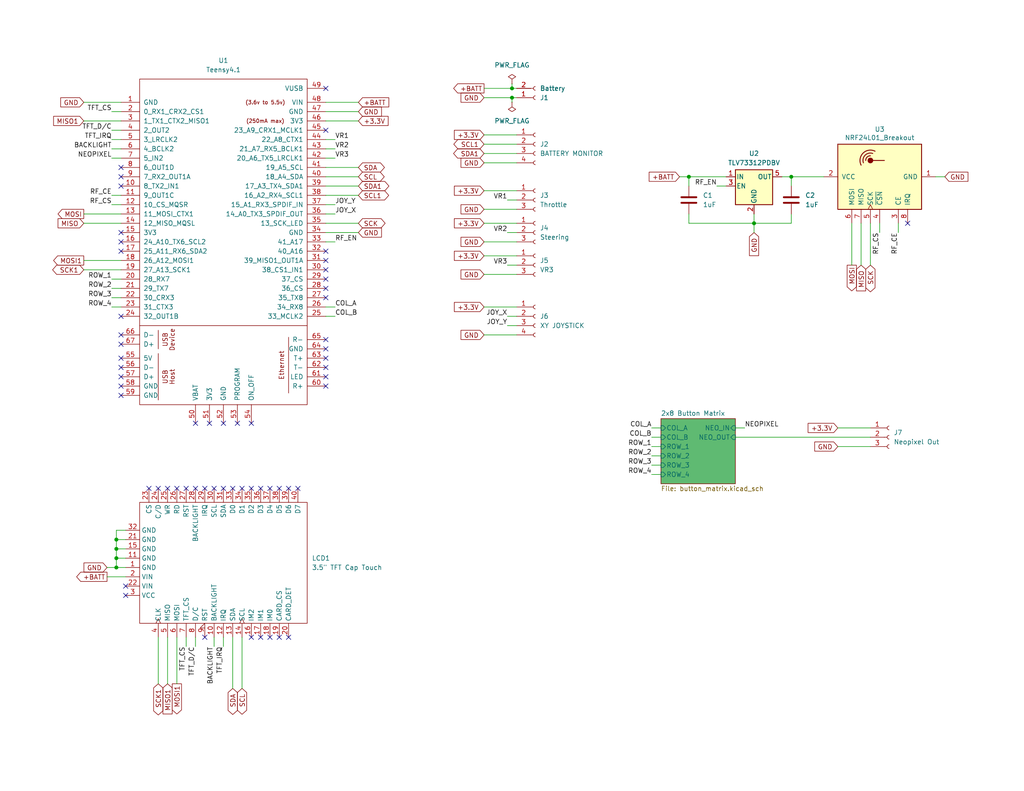
<source format=kicad_sch>
(kicad_sch (version 20250114) (generator "eeschema") (generator_version "9.0")
  (paper "A")
  (title_block (title "RC TRANSMITTER MAIN BOARD") (date "2026-02-15") (rev "-"))
  (lib_symbols
    (symbol "Connector:Conn_01x02_Socket" (pin_names (offset 1.016) (hide yes))
      (property "Reference" "J" (at 0 2.54 0))
      (property "Value" "Conn_01x02_Socket" (at 0 -5.08 0))
      (symbol "Conn_01x02_Socket_1_1"
        (polyline (pts (xy -1.27 0) (xy -0.508 0)) (stroke (width 0.1524)))
        (polyline (pts (xy -1.27 -2.54) (xy -0.508 -2.54)) (stroke (width 0.1524)))
        (arc (start 0 -0.508) (mid -0.5058 0) (end 0 0.508) (stroke (width 0.1524)))
        (arc (start 0 -3.048) (mid -0.5058 -2.54) (end 0 -2.032) (stroke (width 0.1524)))
        (pin passive line (at -5.08 0 0) (length 3.81) (name "Pin_1") (number "1"))
        (pin passive line (at -5.08 -2.54 0) (length 3.81) (name "Pin_2") (number "2"))
      )
    )
    (symbol "Connector:Conn_01x03_Socket" (pin_names (offset 1.016) (hide yes))
      (property "Reference" "J" (at 0 5.08 0))
      (property "Value" "Conn_01x03_Socket" (at 0 -5.08 0))
      (symbol "Conn_01x03_Socket_1_1"
        (polyline (pts (xy -1.27 2.54) (xy -0.508 2.54)) (stroke (width 0.1524)))
        (polyline (pts (xy -1.27 0) (xy -0.508 0)) (stroke (width 0.1524)))
        (polyline (pts (xy -1.27 -2.54) (xy -0.508 -2.54)) (stroke (width 0.1524)))
        (arc (start 0 2.032) (mid -0.5058 2.54) (end 0 3.048) (stroke (width 0.1524)))
        (arc (start 0 -0.508) (mid -0.5058 0) (end 0 0.508) (stroke (width 0.1524)))
        (arc (start 0 -3.048) (mid -0.5058 -2.54) (end 0 -2.032) (stroke (width 0.1524)))
        (pin passive line (at -5.08 2.54 0) (length 3.81) (name "Pin_1") (number "1"))
        (pin passive line (at -5.08 0 0) (length 3.81) (name "Pin_2") (number "2"))
        (pin passive line (at -5.08 -2.54 0) (length 3.81) (name "Pin_3") (number "3"))
      )
    )
    (symbol "Connector:Conn_01x04_Socket" (pin_names (offset 1.016) (hide yes))
      (property "Reference" "J" (at 0 5.08 0))
      (property "Value" "Conn_01x04_Socket" (at 0 -7.62 0))
      (symbol "Conn_01x04_Socket_1_1"
        (polyline (pts (xy -1.27 2.54) (xy -0.508 2.54)) (stroke (width 0.1524)))
        (polyline (pts (xy -1.27 0) (xy -0.508 0)) (stroke (width 0.1524)))
        (polyline (pts (xy -1.27 -2.54) (xy -0.508 -2.54)) (stroke (width 0.1524)))
        (polyline (pts (xy -1.27 -5.08) (xy -0.508 -5.08)) (stroke (width 0.1524)))
        (arc (start 0 2.032) (mid -0.5058 2.54) (end 0 3.048) (stroke (width 0.1524)))
        (arc (start 0 -0.508) (mid -0.5058 0) (end 0 0.508) (stroke (width 0.1524)))
        (arc (start 0 -3.048) (mid -0.5058 -2.54) (end 0 -2.032) (stroke (width 0.1524)))
        (arc (start 0 -5.588) (mid -0.5058 -5.08) (end 0 -4.572) (stroke (width 0.1524)))
        (pin passive line (at -5.08 2.54 0) (length 3.81) (name "Pin_1") (number "1"))
        (pin passive line (at -5.08 0 0) (length 3.81) (name "Pin_2") (number "2"))
        (pin passive line (at -5.08 -2.54 0) (length 3.81) (name "Pin_3") (number "3"))
        (pin passive line (at -5.08 -5.08 0) (length 3.81) (name "Pin_4") (number "4"))
      )
    )
    (symbol "Device:C" (pin_numbers (hide yes)) (pin_names (offset 0.254))
      (property "Reference" "C" (at 0.635 2.54 0))
      (property "Value" "C" (at 0.635 -2.54 0))
      (symbol "C_0_1"
        (polyline (pts (xy -2.032 0.762) (xy 2.032 0.762)) (stroke (width 0.508)))
        (polyline (pts (xy -2.032 -0.762) (xy 2.032 -0.762)) (stroke (width 0.508)))
      )
      (symbol "C_1_1"
        (pin passive line (at 0 3.81 270) (length 2.794) (name "~") (number "1"))
        (pin passive line (at 0 -3.81 90) (length 2.794) (name "~") (number "2"))
      )
    )
    (symbol "RF:NRF24L01_Breakout" (pin_names (offset 1.016))
      (property "Reference" "U" (at -8.89 12.7 0))
      (property "Value" "NRF24L01_Breakout" (at 3.81 12.7 0))
      (symbol "NRF24L01_Breakout_0_1"
        (rectangle (start -8.89 11.43) (end 8.89 -11.43) (stroke (width 0.254)) (fill (type background)))
        (arc (start 3.175 5.08) (mid 6.453 4.548) (end 6.985 1.27) (stroke (width 0.254)))
        (circle (center 4.445 2.54) (radius 0.635) (stroke (width 0.254)) (fill (type outline)))
        (polyline (pts (xy 4.445 1.905) (xy 4.445 -1.27)) (stroke (width 0.254)))
        (arc (start 3.81 4.445) (mid 5.8835 3.9785) (end 6.35 1.905) (stroke (width 0.254)))
        (arc (start 4.445 3.81) (mid 5.3558 3.4508) (end 5.715 2.54) (stroke (width 0.254)))
      )
      (symbol "NRF24L01_Breakout_1_1"
        (pin input line (at -12.7 7.62 0) (length 3.81) (name "MOSI") (number "6"))
        (pin output line (at -12.7 5.08 0) (length 3.81) (name "MISO") (number "7"))
        (pin input clock (at -12.7 2.54 0) (length 3.81) (name "SCK") (number "5"))
        (pin input line (at -12.7 0 0) (length 3.81) (name "~{CSN}") (number "4"))
        (pin input line (at -12.7 -5.08 0) (length 3.81) (name "CE") (number "3"))
        (pin output line (at -12.7 -7.62 0) (length 3.81) (name "IRQ") (number "8"))
        (pin power_in line (at 0 15.24 270) (length 3.81) (name "VCC") (number "2"))
        (pin power_in line (at 0 -15.24 90) (length 3.81) (name "GND") (number "1"))
      )
    )
    (symbol "Regulator_Linear:TLV73312PDBV" (pin_names (offset 0.254))
      (property "Reference" "U" (at -3.81 5.715 0))
      (property "Value" "TLV73312PDBV" (at 0 5.715 0))
      (symbol "TLV73312PDBV_0_1"
        (rectangle (start -5.08 4.445) (end 5.08 -5.08) (stroke (width 0.254)) (fill (type background)))
      )
      (symbol "TLV73312PDBV_1_1"
        (pin power_in line (at -7.62 2.54 0) (length 2.54) (name "IN") (number "1"))
        (pin input line (at -7.62 0 0) (length 2.54) (name "EN") (number "3"))
        (pin power_in line (at 0 -7.62 90) (length 2.54) (name "GND") (number "2"))
        (pin no_connect line (at 5.08 0 180) (length 2.54) (hide yes) (name "NC") (number "4"))
        (pin power_out line (at 7.62 2.54 180) (length 2.54) (name "OUT") (number "5"))
      )
    )
    (symbol "Transmitter Symbol Library:5846_Adafruit_3.5{dblquote}_TFT_320x480_with_Capacitive_Touch_Breakout_Board_-_EYESPI"
      (property "Reference" "LCD" (at 0 0.254 0))
      (symbol "5846_Adafruit_3.5{dblquote}_TFT_320x480_with_Capacitive_Touch_Breakout_Board_-_EYESPI_0_1"
        (rectangle (start -22.86 16.51) (end 22.86 -16.51))
      )
      (symbol "5846_Adafruit_3.5{dblquote}_TFT_320x480_with_Capacitive_Touch_Breakout_Board_-_EYESPI_1_1"
        (pin power_in line (at -26.67 8.89 0) (length 3.81) (name "GND") (number "32"))
        (pin power_in line (at -26.67 6.35 0) (length 3.81) (name "GND") (number "21"))
        (pin power_in line (at -26.67 3.81 0) (length 3.81) (name "GND") (number "15"))
        (pin power_in line (at -26.67 1.27 0) (length 3.81) (name "GND") (number "11"))
        (pin power_in line (at -26.67 -1.27 0) (length 3.81) (name "GND") (number "1"))
        (pin power_in line (at -26.67 -3.81 0) (length 3.81) (name "VIN") (number "2"))
        (pin power_in line (at -26.67 -6.35 0) (length 3.81) (name "VIN") (number "22"))
        (pin power_out line (at -26.67 -8.89 0) (length 3.81) (name "VCC") (number "3"))
        (pin unspecified line (at -20.32 20.32 270) (length 3.81) (name "CS") (number "23"))
        (pin unspecified line (at -17.78 20.32 270) (length 3.81) (name "C/D") (number "24"))
        (pin input clock (at -17.78 -20.32 90) (length 3.81) (name "CLK") (number "4"))
        (pin unspecified line (at -15.24 20.32 270) (length 3.81) (name "WR") (number "25"))
        (pin output line (at -15.24 -20.32 90) (length 3.81) (name "MISO") (number "5"))
        (pin unspecified line (at -12.7 20.32 270) (length 3.81) (name "RD") (number "26"))
        (pin input line (at -12.7 -20.32 90) (length 3.81) (name "MOSI") (number "6"))
        (pin unspecified line (at -10.16 20.32 270) (length 3.81) (name "RST") (number "27"))
        (pin input line (at -10.16 -20.32 90) (length 3.81) (name "TFT_CS") (number "7"))
        (pin unspecified line (at -7.62 20.32 270) (length 3.81) (name "BACKLIGHT") (number "28"))
        (pin input line (at -7.62 -20.32 90) (length 3.81) (name "D/C") (number "8"))
        (pin unspecified line (at -5.08 20.32 270) (length 3.81) (name "IRQ") (number "29"))
        (pin input input_low (at -5.08 -20.32 90) (length 3.81) (name "RST") (number "9"))
        (pin unspecified line (at -2.54 20.32 270) (length 3.81) (name "SCL") (number "30"))
        (pin input line (at -2.54 -20.32 90) (length 3.81) (name "BACKLIGHT") (number "10"))
        (pin unspecified line (at 0 20.32 270) (length 3.81) (name "SDA") (number "31"))
        (pin output line (at 0 -20.32 90) (length 3.81) (name "IRQ") (number "12"))
        (pin unspecified line (at 2.54 20.32 270) (length 3.81) (name "D0") (number "33"))
        (pin bidirectional line (at 2.54 -20.32 90) (length 3.81) (name "SDA") (number "13"))
        (pin unspecified line (at 5.08 20.32 270) (length 3.81) (name "D1") (number "34"))
        (pin bidirectional clock (at 5.08 -20.32 90) (length 3.81) (name "SCL") (number "14"))
        (pin unspecified line (at 7.62 20.32 270) (length 3.81) (name "D2") (number "35"))
        (pin input line (at 7.62 -20.32 90) (length 3.81) (name "IM2") (number "16"))
        (pin unspecified line (at 10.16 20.32 270) (length 3.81) (name "D3") (number "36"))
        (pin input line (at 10.16 -20.32 90) (length 3.81) (name "IM1") (number "17"))
        (pin unspecified line (at 12.7 20.32 270) (length 3.81) (name "D4") (number "37"))
        (pin input line (at 12.7 -20.32 90) (length 3.81) (name "IM0") (number "18"))
        (pin unspecified line (at 15.24 20.32 270) (length 3.81) (name "D5") (number "38"))
        (pin input line (at 15.24 -20.32 90) (length 3.81) (name "CARD_CS") (number "19"))
        (pin unspecified line (at 17.78 20.32 270) (length 3.81) (name "D6") (number "39"))
        (pin output line (at 17.78 -20.32 90) (length 3.81) (name "CARD_DET") (number "20"))
        (pin unspecified line (at 20.32 20.32 270) (length 3.81) (name "D7") (number "40"))
      )
    )
    (symbol "Transmitter Symbol Library:Teensy4.1" (pin_names (offset 1.016))
      (property "Reference" "U1" (at 0 66.04 0))
      (property "Value" "Teensy4.1" (at 0 63.5 0))
      (symbol "Teensy4.1_0_0"
        (polyline (pts (xy -22.86 -6.35) (xy 22.86 -6.35)))
        (polyline (pts (xy -17.78 -7.62) (xy -17.78 -12.7)))
        (polyline (pts (xy -17.78 -26.67) (xy -17.78 -13.97)))
        (polyline (pts (xy 17.78 -9.525) (xy 17.78 -24.765)))
        (text "USB" (at -15.875 -10.16 900) (effects (font (size 1.27 1.27))))
        (text "USB" (at -15.875 -20.32 900) (effects (font (size 1.27 1.27))))
        (text "Device" (at -13.97 -10.16 900) (effects (font (size 1.27 1.27))))
        (text "Host" (at -13.97 -20.32 900) (effects (font (size 1.27 1.27))))
        (text "(3.6v to 5.5v)" (at 11.43 54.61 0) (effects (font (size 1.016 1.016))))
        (text "(250mA max)" (at 11.43 49.53 0) (effects (font (size 1.016 1.016))))
        (text "Ethernet" (at 15.875 -17.145 900) (effects (font (size 1.27 1.27))))
        (pin bidirectional line (at -27.94 44.45 0) (length 5.08) (name "3_LRCLK2") (number "5"))
        (pin bidirectional line (at -27.94 41.91 0) (length 5.08) (name "4_BCLK2") (number "6"))
        (pin bidirectional line (at -27.94 39.37 0) (length 5.08) (name "5_IN2") (number "7"))
        (pin bidirectional line (at -27.94 36.83 0) (length 5.08) (name "6_OUT1D") (number "8"))
        (pin bidirectional line (at -27.94 34.29 0) (length 5.08) (name "7_RX2_OUT1A") (number "9"))
        (pin bidirectional line (at -27.94 31.75 0) (length 5.08) (name "8_TX2_IN1") (number "10"))
        (pin bidirectional line (at -27.94 29.21 0) (length 5.08) (name "9_OUT1C") (number "11"))
        (pin bidirectional line (at -27.94 26.67 0) (length 5.08) (name "10_CS_MQSR") (number "12"))
        (pin bidirectional line (at -27.94 24.13 0) (length 5.08) (name "11_MOSI_CTX1") (number "13"))
        (pin bidirectional line (at -27.94 21.59 0) (length 5.08) (name "12_MISO_MQSL") (number "14"))
        (pin bidirectional line (at -27.94 16.51 0) (length 5.08) (name "24_A10_TX6_SCL2") (number "16"))
        (pin bidirectional line (at -27.94 13.97 0) (length 5.08) (name "25_A11_RX6_SDA2") (number "17"))
        (pin bidirectional line (at -27.94 11.43 0) (length 5.08) (name "26_A12_MOSI1") (number "18"))
        (pin bidirectional line (at -27.94 8.89 0) (length 5.08) (name "27_A13_SCK1") (number "19"))
        (pin bidirectional line (at -27.94 6.35 0) (length 5.08) (name "28_RX7") (number "20"))
        (pin bidirectional line (at -27.94 3.81 0) (length 5.08) (name "29_TX7") (number "21"))
        (pin bidirectional line (at -27.94 1.27 0) (length 5.08) (name "30_CRX3") (number "22"))
        (pin bidirectional line (at -27.94 -1.27 0) (length 5.08) (name "31_CTX3") (number "23"))
        (pin bidirectional line (at -27.94 -3.81 0) (length 5.08) (name "32_OUT1B") (number "24"))
        (pin bidirectional line (at -27.94 -8.89 0) (length 5.08) (name "D-") (number "66"))
        (pin bidirectional line (at -27.94 -11.43 0) (length 5.08) (name "D+") (number "67"))
        (pin power_in line (at -27.94 -15.24 0) (length 5.08) (name "5V") (number "55"))
        (pin bidirectional line (at -27.94 -17.78 0) (length 5.08) (name "D-") (number "56"))
        (pin bidirectional line (at -27.94 -20.32 0) (length 5.08) (name "D+") (number "57"))
        (pin input line (at 3.81 -33.02 90) (length 5.08) (name "PROGRAM") (number "53"))
        (pin input line (at 7.62 -33.02 90) (length 5.08) (name "ON_OFF") (number "54"))
        (pin power_in line (at 27.94 52.07 180) (length 5.08) (name "GND") (number "47"))
        (pin bidirectional line (at 27.94 46.99 180) (length 5.08) (name "23_A9_CRX1_MCLK1") (number "45"))
        (pin bidirectional line (at 27.94 44.45 180) (length 5.08) (name "22_A8_CTX1") (number "44"))
        (pin bidirectional line (at 27.94 41.91 180) (length 5.08) (name "21_A7_RX5_BCLK1") (number "43"))
        (pin bidirectional line (at 27.94 39.37 180) (length 5.08) (name "20_A6_TX5_LRCLK1") (number "42"))
        (pin bidirectional line (at 27.94 36.83 180) (length 5.08) (name "19_A5_SCL") (number "41"))
        (pin bidirectional line (at 27.94 34.29 180) (length 5.08) (name "18_A4_SDA") (number "40"))
        (pin bidirectional line (at 27.94 31.75 180) (length 5.08) (name "17_A3_TX4_SDA1") (number "39"))
        (pin bidirectional line (at 27.94 29.21 180) (length 5.08) (name "16_A2_RX4_SCL1") (number "38"))
        (pin bidirectional line (at 27.94 26.67 180) (length 5.08) (name "15_A1_RX3_SPDIF_IN") (number "37"))
        (pin bidirectional line (at 27.94 24.13 180) (length 5.08) (name "14_A0_TX3_SPDIF_OUT") (number "36"))
        (pin bidirectional line (at 27.94 21.59 180) (length 5.08) (name "13_SCK_LED") (number "35"))
        (pin bidirectional line (at 27.94 16.51 180) (length 5.08) (name "41_A17") (number "33"))
        (pin bidirectional line (at 27.94 13.97 180) (length 5.08) (name "40_A16") (number "32"))
        (pin bidirectional line (at 27.94 11.43 180) (length 5.08) (name "39_MISO1_OUT1A") (number "31"))
        (pin bidirectional line (at 27.94 8.89 180) (length 5.08) (name "38_CS1_IN1") (number "30"))
        (pin bidirectional line (at 27.94 6.35 180) (length 5.08) (name "37_CS") (number "29"))
        (pin bidirectional line (at 27.94 3.81 180) (length 5.08) (name "36_CS") (number "28"))
        (pin bidirectional line (at 27.94 1.27 180) (length 5.08) (name "35_TX8") (number "27"))
        (pin bidirectional line (at 27.94 -1.27 180) (length 5.08) (name "34_RX8") (number "26"))
        (pin bidirectional line (at 27.94 -3.81 180) (length 5.08) (name "33_MCLK2") (number "25"))
        (pin input line (at 27.94 -10.16 180) (length 5.08) (name "R-") (number "65"))
        (pin output line (at 27.94 -15.24 180) (length 5.08) (name "T+") (number "63"))
        (pin output line (at 27.94 -17.78 180) (length 5.08) (name "T-") (number "62"))
        (pin output line (at 27.94 -20.32 180) (length 5.08) (name "LED") (number "61"))
        (pin input line (at 27.94 -22.86 180) (length 5.08) (name "R+") (number "60"))
      )
      (symbol "Teensy4.1_0_1"
        (rectangle (start -22.86 60.96) (end 22.86 -27.94))
        (rectangle (start -20.32 -1.27) (end -20.32 -1.27))
      )
      (symbol "Teensy4.1_1_0"
        (pin power_out line (at -27.94 19.05 0) (length 5.08) (name "3V3") (number "15"))
        (pin power_in line (at -27.94 -22.86 0) (length 5.08) (name "GND") (number "58"))
        (pin power_in line (at -27.94 -25.4 0) (length 5.08) (name "GND") (number "59"))
        (pin power_in line (at -7.62 -33.02 90) (length 5.08) (name "VBAT") (number "50"))
        (pin power_out line (at -3.81 -33.02 90) (length 5.08) (name "3V3") (number "51"))
        (pin power_in line (at 0 -33.02 90) (length 5.08) (name "GND") (number "52"))
        (pin power_in line (at 27.94 58.42 180) (length 5.08) (name "VUSB") (number "49"))
        (pin power_in line (at 27.94 54.61 180) (length 5.08) (name "VIN") (number "48"))
        (pin power_out line (at 27.94 49.53 180) (length 5.08) (name "3V3") (number "46"))
        (pin power_in line (at 27.94 -12.7 180) (length 5.08) (name "GND") (number "64"))
      )
      (symbol "Teensy4.1_1_1"
        (pin power_in line (at -27.94 54.61 0) (length 5.08) (name "GND") (number "1"))
        (pin bidirectional line (at -27.94 52.07 0) (length 5.08) (name "0_RX1_CRX2_CS1") (number "2"))
        (pin bidirectional line (at -27.94 49.53 0) (length 5.08) (name "1_TX1_CTX2_MISO1") (number "3"))
        (pin bidirectional line (at -27.94 46.99 0) (length 5.08) (name "2_OUT2") (number "4"))
        (pin power_in line (at 27.94 19.05 180) (length 5.08) (name "GND") (number "34"))
      )
    )
    (symbol "power:PWR_FLAG" (power) (pin_numbers (hide yes)) (pin_names (offset 0) (hide yes))
      (property "Value" "PWR_FLAG" (at 0 3.81 0))
      (symbol "PWR_FLAG_0_0"
        (pin power_out line (at 0 0 90) (length 0) (name "~") (number "1"))
      )
      (symbol "PWR_FLAG_0_1"
        (polyline (pts (xy 0 0) (xy 0 1.27) (xy -1.016 1.905) (xy 0 2.54) (xy 1.016 1.905) (xy 0 1.27)))
      )
    )
  )
  (junction (at 31.75 147.32))
  (junction (at 31.75 154.94))
  (junction (at 31.75 152.4))
  (junction (at 139.7 26.67))
  (junction (at 187.96 48.26))
  (junction (at 139.7 24.13))
  (junction (at 215.9 48.26))
  (junction (at 205.74 60.96))
  (junction (at 31.75 149.86))
  (no_connect (at 53.34 115.57))
  (no_connect (at 50.8 133.35))
  (no_connect (at 45.72 133.35))
  (no_connect (at 88.9 92.71))
  (no_connect (at 88.9 105.41))
  (no_connect (at 34.29 162.56))
  (no_connect (at 63.5 133.35))
  (no_connect (at 88.9 81.28))
  (no_connect (at 33.02 45.72))
  (no_connect (at 33.02 97.79))
  (no_connect (at 76.2 133.35))
  (no_connect (at 73.66 133.35))
  (no_connect (at 33.02 48.26))
  (no_connect (at 88.9 71.12))
  (no_connect (at 81.28 133.35))
  (no_connect (at 33.02 63.5))
  (no_connect (at 64.77 115.57))
  (no_connect (at 88.9 24.13))
  (no_connect (at 33.02 66.04))
  (no_connect (at 71.12 173.99))
  (no_connect (at 33.02 105.41))
  (no_connect (at 33.02 93.98))
  (no_connect (at 40.64 133.35))
  (no_connect (at 60.96 133.35))
  (no_connect (at 71.12 133.35))
  (no_connect (at 73.66 173.99))
  (no_connect (at 88.9 35.56))
  (no_connect (at 78.74 133.35))
  (no_connect (at 78.74 173.99))
  (no_connect (at 88.9 102.87))
  (no_connect (at 88.9 68.58))
  (no_connect (at 88.9 100.33))
  (no_connect (at 88.9 97.79))
  (no_connect (at 43.18 133.35))
  (no_connect (at 88.9 95.25))
  (no_connect (at 33.02 107.95))
  (no_connect (at 88.9 76.2))
  (no_connect (at 88.9 73.66))
  (no_connect (at 57.15 115.57))
  (no_connect (at 33.02 86.36))
  (no_connect (at 33.02 50.8))
  (no_connect (at 33.02 100.33))
  (no_connect (at 48.26 133.35))
  (no_connect (at 68.58 133.35))
  (no_connect (at 247.65 60.96))
  (no_connect (at 53.34 133.35))
  (no_connect (at 66.04 133.35))
  (no_connect (at 58.42 133.35))
  (no_connect (at 76.2 173.99))
  (no_connect (at 33.02 68.58))
  (no_connect (at 68.58 173.99))
  (no_connect (at 55.88 133.35))
  (no_connect (at 34.29 160.02))
  (no_connect (at 33.02 102.87))
  (no_connect (at 33.02 91.44))
  (no_connect (at 68.58 115.57))
  (no_connect (at 60.96 115.57))
  (no_connect (at 55.88 173.99))
  (no_connect (at 88.9 78.74))
  (wire (pts (xy 177.8 127) (xy 180.34 127)))
  (wire (pts (xy 177.8 121.92) (xy 180.34 121.92)))
  (wire (pts (xy 34.29 152.4) (xy 31.75 152.4)))
  (wire (pts (xy 215.9 48.26) (xy 224.79 48.26)))
  (wire (pts (xy 132.08 44.45) (xy 140.97 44.45)))
  (wire (pts (xy 30.48 30.48) (xy 33.02 30.48)))
  (wire (pts (xy 66.04 173.99) (xy 66.04 187.96)))
  (wire (pts (xy 22.86 27.94) (xy 33.02 27.94)))
  (wire (pts (xy 88.9 40.64) (xy 91.44 40.64)))
  (wire (pts (xy 22.86 73.66) (xy 33.02 73.66)))
  (wire (pts (xy 29.21 157.48) (xy 34.29 157.48)))
  (wire (pts (xy 58.42 173.99) (xy 58.42 176.53)))
  (wire (pts (xy 138.43 72.39) (xy 140.97 72.39)))
  (wire (pts (xy 88.9 58.42) (xy 91.44 58.42)))
  (wire (pts (xy 30.48 38.1) (xy 33.02 38.1)))
  (wire (pts (xy 88.9 43.18) (xy 91.44 43.18)))
  (wire (pts (xy 132.08 26.67) (xy 139.7 26.67)))
  (wire (pts (xy 88.9 33.02) (xy 97.79 33.02)))
  (wire (pts (xy 205.74 58.42) (xy 205.74 60.96)))
  (wire (pts (xy 132.08 66.04) (xy 140.97 66.04)))
  (wire (pts (xy 132.08 69.85) (xy 140.97 69.85)))
  (wire (pts (xy 88.9 53.34) (xy 97.79 53.34)))
  (wire (pts (xy 45.72 173.99) (xy 45.72 186.69)))
  (wire (pts (xy 30.48 40.64) (xy 33.02 40.64)))
  (wire (pts (xy 132.08 52.07) (xy 140.97 52.07)))
  (wire (pts (xy 88.9 45.72) (xy 97.79 45.72)))
  (wire (pts (xy 177.8 129.54) (xy 180.34 129.54)))
  (wire (pts (xy 43.18 173.99) (xy 43.18 186.69)))
  (wire (pts (xy 232.41 72.39) (xy 232.41 60.96)))
  (wire (pts (xy 132.08 39.37) (xy 140.97 39.37)))
  (wire (pts (xy 195.58 50.8) (xy 198.12 50.8)))
  (wire (pts (xy 139.7 22.86) (xy 139.7 24.13)))
  (wire (pts (xy 205.74 60.96) (xy 215.9 60.96)))
  (wire (pts (xy 88.9 86.36) (xy 91.44 86.36)))
  (wire (pts (xy 237.49 72.39) (xy 237.49 60.96)))
  (wire (pts (xy 138.43 86.36) (xy 140.97 86.36)))
  (wire (pts (xy 132.08 74.93) (xy 140.97 74.93)))
  (wire (pts (xy 30.48 81.28) (xy 33.02 81.28)))
  (wire (pts (xy 22.86 60.96) (xy 33.02 60.96)))
  (wire (pts (xy 132.08 36.83) (xy 140.97 36.83)))
  (wire (pts (xy 200.66 119.38) (xy 237.49 119.38)))
  (wire (pts (xy 31.75 147.32) (xy 31.75 149.86)))
  (wire (pts (xy 30.48 83.82) (xy 33.02 83.82)))
  (wire (pts (xy 88.9 66.04) (xy 91.44 66.04)))
  (wire (pts (xy 132.08 60.96) (xy 140.97 60.96)))
  (wire (pts (xy 132.08 41.91) (xy 140.97 41.91)))
  (wire (pts (xy 30.48 76.2) (xy 33.02 76.2)))
  (wire (pts (xy 205.74 60.96) (xy 205.74 63.5)))
  (wire (pts (xy 88.9 27.94) (xy 97.79 27.94)))
  (wire (pts (xy 200.66 116.84) (xy 203.2 116.84)))
  (wire (pts (xy 88.9 60.96) (xy 97.79 60.96)))
  (wire (pts (xy 29.21 154.94) (xy 31.75 154.94)))
  (wire (pts (xy 50.8 173.99) (xy 50.8 176.53)))
  (wire (pts (xy 30.48 43.18) (xy 33.02 43.18)))
  (wire (pts (xy 60.96 173.99) (xy 60.96 176.53)))
  (wire (pts (xy 48.26 173.99) (xy 48.26 186.69)))
  (wire (pts (xy 177.8 124.46) (xy 180.34 124.46)))
  (wire (pts (xy 138.43 63.5) (xy 140.97 63.5)))
  (wire (pts (xy 132.08 57.15) (xy 140.97 57.15)))
  (wire (pts (xy 215.9 58.42) (xy 215.9 60.96)))
  (wire (pts (xy 132.08 24.13) (xy 139.7 24.13)))
  (wire (pts (xy 187.96 48.26) (xy 198.12 48.26)))
  (wire (pts (xy 88.9 83.82) (xy 91.44 83.82)))
  (wire (pts (xy 228.6 121.92) (xy 237.49 121.92)))
  (wire (pts (xy 31.75 152.4) (xy 31.75 154.94)))
  (wire (pts (xy 177.8 119.38) (xy 180.34 119.38)))
  (wire (pts (xy 88.9 38.1) (xy 91.44 38.1)))
  (wire (pts (xy 245.11 63.5) (xy 245.11 60.96)))
  (wire (pts (xy 22.86 71.12) (xy 33.02 71.12)))
  (wire (pts (xy 138.43 54.61) (xy 140.97 54.61)))
  (wire (pts (xy 34.29 144.78) (xy 31.75 144.78)))
  (wire (pts (xy 234.95 72.39) (xy 234.95 60.96)))
  (wire (pts (xy 185.42 48.26) (xy 187.96 48.26)))
  (wire (pts (xy 215.9 48.26) (xy 215.9 50.8)))
  (wire (pts (xy 213.36 48.26) (xy 215.9 48.26)))
  (wire (pts (xy 88.9 55.88) (xy 91.44 55.88)))
  (wire (pts (xy 187.96 58.42) (xy 187.96 60.96)))
  (wire (pts (xy 30.48 55.88) (xy 33.02 55.88)))
  (wire (pts (xy 132.08 91.44) (xy 140.97 91.44)))
  (wire (pts (xy 240.03 63.5) (xy 240.03 60.96)))
  (wire (pts (xy 22.86 33.02) (xy 33.02 33.02)))
  (wire (pts (xy 139.7 26.67) (xy 139.7 27.94)))
  (wire (pts (xy 187.96 48.26) (xy 187.96 50.8)))
  (wire (pts (xy 255.27 48.26) (xy 257.81 48.26)))
  (wire (pts (xy 138.43 88.9) (xy 140.97 88.9)))
  (wire (pts (xy 30.48 53.34) (xy 33.02 53.34)))
  (wire (pts (xy 31.75 144.78) (xy 31.75 147.32)))
  (wire (pts (xy 88.9 48.26) (xy 97.79 48.26)))
  (wire (pts (xy 22.86 58.42) (xy 33.02 58.42)))
  (wire (pts (xy 30.48 35.56) (xy 33.02 35.56)))
  (wire (pts (xy 30.48 78.74) (xy 33.02 78.74)))
  (wire (pts (xy 88.9 50.8) (xy 97.79 50.8)))
  (wire (pts (xy 187.96 60.96) (xy 205.74 60.96)))
  (wire (pts (xy 31.75 154.94) (xy 34.29 154.94)))
  (wire (pts (xy 228.6 116.84) (xy 237.49 116.84)))
  (wire (pts (xy 88.9 63.5) (xy 97.79 63.5)))
  (wire (pts (xy 34.29 147.32) (xy 31.75 147.32)))
  (wire (pts (xy 88.9 30.48) (xy 97.79 30.48)))
  (wire (pts (xy 139.7 24.13) (xy 140.97 24.13)))
  (wire (pts (xy 31.75 149.86) (xy 31.75 152.4)))
  (wire (pts (xy 63.5 173.99) (xy 63.5 187.96)))
  (wire (pts (xy 139.7 26.67) (xy 140.97 26.67)))
  (wire (pts (xy 132.08 83.82) (xy 140.97 83.82)))
  (wire (pts (xy 53.34 173.99) (xy 53.34 176.53)))
  (wire (pts (xy 34.29 149.86) (xy 31.75 149.86)))
  (wire (pts (xy 177.8 116.84) (xy 180.34 116.84)))
  (label "ROW_3" (at 30.48 81.28 180))
  (label "COL_B" (at 177.8 119.38 180))
  (label "BACKLIGHT" (at 30.48 40.64 180))
  (label "ROW_2" (at 30.48 78.74 180))
  (label "JOY_X" (at 138.43 86.36 180))
  (label "VR1" (at 91.44 38.1 0))
  (label "BACKLIGHT" (at 58.42 176.53 270))
  (label "VR1" (at 138.43 54.61 180))
  (label "TFT_D{slash}C" (at 30.48 35.56 180))
  (label "ROW_4" (at 30.48 83.82 180))
  (label "ROW_1" (at 30.48 76.2 180))
  (label "TFT_CS" (at 50.8 176.53 270))
  (label "TFT_D{slash}C" (at 53.34 176.53 270))
  (label "RF_EN" (at 195.58 50.8 180))
  (label "RF_CS" (at 30.48 55.88 180))
  (label "VR3" (at 91.44 43.18 0))
  (label "ROW_1" (at 177.8 121.92 180))
  (label "VR2" (at 138.43 63.5 180))
  (label "JOY_Y" (at 138.43 88.9 180))
  (label "COL_A" (at 91.44 83.82 0))
  (label "RF_CS" (at 240.03 63.5 270))
  (label "RF_CE" (at 30.48 53.34 180))
  (label "NEOPIXEL" (at 30.48 43.18 180))
  (label "JOY_Y" (at 91.44 55.88 0))
  (label "VR2" (at 91.44 40.64 0))
  (label "ROW_4" (at 177.8 129.54 180))
  (label "TFT_IRQ" (at 30.48 38.1 180))
  (label "RF_CE" (at 245.11 63.5 270))
  (label "ROW_3" (at 177.8 127 180))
  (label "ROW_2" (at 177.8 124.46 180))
  (label "TFT_IRQ" (at 60.96 176.53 270))
  (label "TFT_CS" (at 30.48 30.48 180))
  (label "NEOPIXEL" (at 203.2 116.84 0))
  (label "COL_B" (at 91.44 86.36 0))
  (label "COL_A" (at 177.8 116.84 180))
  (label "JOY_X" (at 91.44 58.42 0))
  (label "VR3" (at 138.43 72.39 180))
  (label "RF_EN" (at 91.44 66.04 0))
  (global_label "GND" (shape input) (at 228.6 121.92 180) (property "Intersheetrefs" "${INTERSHEET_REFS}" (effects (hide yes))))
  (global_label "+3.3V" (shape input) (at 132.08 52.07 180) (property "Intersheetrefs" "${INTERSHEET_REFS}" (effects (hide yes))))
  (global_label "MOSI" (shape output) (at 232.41 72.39 270) (property "Intersheetrefs" "${INTERSHEET_REFS}" (effects (hide yes))))
  (global_label "+BATT" (shape input) (at 185.42 48.26 180) (property "Intersheetrefs" "${INTERSHEET_REFS}" (effects (hide yes))))
  (global_label "GND" (shape input) (at 22.86 27.94 180) (property "Intersheetrefs" "${INTERSHEET_REFS}" (effects (hide yes))))
  (global_label "SDA1" (shape bidirectional) (at 97.79 50.8 0) (property "Intersheetrefs" "${INTERSHEET_REFS}" (effects (hide yes))))
  (global_label "SDA" (shape bidirectional) (at 63.5 187.96 270) (property "Intersheetrefs" "${INTERSHEET_REFS}" (effects (hide yes))))
  (global_label "SCL1" (shape bidirectional) (at 97.79 53.34 0) (property "Intersheetrefs" "${INTERSHEET_REFS}" (effects (hide yes))))
  (global_label "+BATT" (shape input) (at 97.79 27.94 0) (property "Intersheetrefs" "${INTERSHEET_REFS}" (effects (hide yes))))
  (global_label "+BATT" (shape output) (at 132.08 24.13 180) (property "Intersheetrefs" "${INTERSHEET_REFS}" (effects (hide yes))))
  (global_label "+3.3V" (shape input) (at 97.79 33.02 0) (property "Intersheetrefs" "${INTERSHEET_REFS}" (effects (hide yes))))
  (global_label "MISO1" (shape input) (at 45.72 186.69 270) (property "Intersheetrefs" "${INTERSHEET_REFS}" (effects (hide yes))))
  (global_label "SCL" (shape bidirectional) (at 97.79 48.26 0) (property "Intersheetrefs" "${INTERSHEET_REFS}" (effects (hide yes))))
  (global_label "+3.3V" (shape input) (at 132.08 60.96 180) (property "Intersheetrefs" "${INTERSHEET_REFS}" (effects (hide yes))))
  (global_label "GND" (shape input) (at 132.08 44.45 180) (property "Intersheetrefs" "${INTERSHEET_REFS}" (effects (hide yes))))
  (global_label "GND" (shape input) (at 97.79 30.48 0) (property "Intersheetrefs" "${INTERSHEET_REFS}" (effects (hide yes))))
  (global_label "GND" (shape input) (at 132.08 74.93 180) (property "Intersheetrefs" "${INTERSHEET_REFS}" (effects (hide yes))))
  (global_label "+BATT" (shape output) (at 29.21 157.48 180) (property "Intersheetrefs" "${INTERSHEET_REFS}" (effects (hide yes))))
  (global_label "GND" (shape input) (at 97.79 63.5 0) (property "Intersheetrefs" "${INTERSHEET_REFS}" (effects (hide yes))))
  (global_label "+3.3V" (shape input) (at 132.08 69.85 180) (property "Intersheetrefs" "${INTERSHEET_REFS}" (effects (hide yes))))
  (global_label "SCL1" (shape bidirectional) (at 132.08 39.37 180) (property "Intersheetrefs" "${INTERSHEET_REFS}" (effects (hide yes))))
  (global_label "MOSI1" (shape output) (at 22.86 71.12 180) (property "Intersheetrefs" "${INTERSHEET_REFS}" (effects (hide yes))))
  (global_label "GND" (shape input) (at 132.08 66.04 180) (property "Intersheetrefs" "${INTERSHEET_REFS}" (effects (hide yes))))
  (global_label "SCL" (shape bidirectional) (at 66.04 187.96 270) (property "Intersheetrefs" "${INTERSHEET_REFS}" (effects (hide yes))))
  (global_label "+3.3V" (shape input) (at 228.6 116.84 180) (property "Intersheetrefs" "${INTERSHEET_REFS}" (effects (hide yes))))
  (global_label "MISO" (shape input) (at 234.95 72.39 270) (property "Intersheetrefs" "${INTERSHEET_REFS}" (effects (hide yes))))
  (global_label "MISO" (shape input) (at 22.86 60.96 180) (property "Intersheetrefs" "${INTERSHEET_REFS}" (effects (hide yes))))
  (global_label "GND" (shape input) (at 132.08 26.67 180) (property "Intersheetrefs" "${INTERSHEET_REFS}" (effects (hide yes))))
  (global_label "SCK" (shape bidirectional) (at 237.49 72.39 270) (property "Intersheetrefs" "${INTERSHEET_REFS}" (effects (hide yes))))
  (global_label "SDA1" (shape bidirectional) (at 132.08 41.91 180) (property "Intersheetrefs" "${INTERSHEET_REFS}" (effects (hide yes))))
  (global_label "+3.3V" (shape input) (at 132.08 83.82 180) (property "Intersheetrefs" "${INTERSHEET_REFS}" (effects (hide yes))))
  (global_label "MOSI" (shape output) (at 22.86 58.42 180) (property "Intersheetrefs" "${INTERSHEET_REFS}" (effects (hide yes))))
  (global_label "SDA" (shape bidirectional) (at 97.79 45.72 0) (property "Intersheetrefs" "${INTERSHEET_REFS}" (effects (hide yes))))
  (global_label "GND" (shape input) (at 132.08 91.44 180) (property "Intersheetrefs" "${INTERSHEET_REFS}" (effects (hide yes))))
  (global_label "GND" (shape input) (at 257.81 48.26 0) (property "Intersheetrefs" "${INTERSHEET_REFS}" (effects (hide yes))))
  (global_label "GND" (shape input) (at 132.08 57.15 180) (property "Intersheetrefs" "${INTERSHEET_REFS}" (effects (hide yes))))
  (global_label "MISO1" (shape input) (at 22.86 33.02 180) (property "Intersheetrefs" "${INTERSHEET_REFS}" (effects (hide yes))))
  (global_label "GND" (shape input) (at 205.74 63.5 270) (property "Intersheetrefs" "${INTERSHEET_REFS}" (effects (hide yes))))
  (global_label "SCK" (shape bidirectional) (at 97.79 60.96 0) (property "Intersheetrefs" "${INTERSHEET_REFS}" (effects (hide yes))))
  (global_label "MOSI1" (shape output) (at 48.26 186.69 270) (property "Intersheetrefs" "${INTERSHEET_REFS}" (effects (hide yes))))
  (global_label "GND" (shape input) (at 29.21 154.94 180) (property "Intersheetrefs" "${INTERSHEET_REFS}" (effects (hide yes))))
  (global_label "SCK1" (shape bidirectional) (at 22.86 73.66 180) (property "Intersheetrefs" "${INTERSHEET_REFS}" (effects (hide yes))))
  (global_label "+3.3V" (shape input) (at 132.08 36.83 180) (property "Intersheetrefs" "${INTERSHEET_REFS}" (effects (hide yes))))
  (global_label "SCK1" (shape bidirectional) (at 43.18 186.69 270) (property "Intersheetrefs" "${INTERSHEET_REFS}" (effects (hide yes))))
  (symbol (lib_id "RF:NRF24L01_Breakout") (at 240.03 48.26 90) (unit 1)
    (property "Reference" "U3" (at 240.0299 35.306 90))
    (property "Value" "NRF24L01_Breakout" (at 240.0299 37.592 90))
    (property "Footprint" "RF_Module:nRF24L01_Breakout" (effects (hide yes)))
    (property "Datasheet" "http://www.nordicsemi.com/eng/content/download/2730/34105/file/nRF24L01_Product_Specification_v2_0.pdf" (effects (hide yes)))
    (property "Description" "Ultra low power 2.4GHz RF Transceiver, Carrier PCB" (effects (hide yes)))
  )
  (symbol (lib_id "Regulator_Linear:TLV73312PDBV") (at 205.74 50.8 0) (unit 1)
    (property "Reference" "U2" (at 205.74 41.91 0))
    (property "Value" "TLV73312PDBV" (at 205.74 44.45 0))
    (property "Footprint" "Package_TO_SOT_SMD:SOT-23-5" (effects (hide yes)))
    (property "Datasheet" "http://www.ti.com/lit/ds/symlink/tlv733p.pdf" (effects (hide yes)))
    (property "Description" "300mA Capacitor-Free Low Dropout Voltage Regulator, Fixed Output 1.2V, SOT-23-5" (effects (hide yes)))
  )
  (symbol (lib_id "Connector:Conn_01x03_Socket") (at 146.05 72.39 0) (unit 1)
    (property "Reference" "J5" (at 147.32 71.1199 0) (effects (justify left)))
    (property "Value" "VR3" (at 147.32 73.6599 0) (effects (justify left)))
    (property "Footprint" "Connector_JST:JST_PH_B3B-PH-K_1x03_P2.00mm_Vertical" (effects (hide yes)))
    (property "Description" "Generic connector, single row, 01x03, script generated" (effects (hide yes)))
  )
  (symbol (lib_id "power:PWR_FLAG") (at 139.7 22.86 0) (unit 1)
    (property "Reference" "#FLG01" (effects (hide yes)))
    (property "Value" "PWR_FLAG" (at 139.7 17.78 0))
    (property "Description" "Special symbol for telling ERC where power comes from" (effects (hide yes)))
  )
  (symbol (lib_id "Transmitter Symbol Library:5846_Adafruit_3.5{dblquote}_TFT_320x480_with_Capacitive_Touch_Breakout_Board_-_EYESPI") (at 60.96 153.67 0) (unit 1)
    (property "Reference" "LCD1" (at 85.09 152.3999 0) (effects (justify left)))
    (property "Value" "3.5\" TFT Cap Touch" (at 85.09 154.9399 0) (effects (justify left)))
    (property "Footprint" "Transmitter Library:Adafruit_3.5in_480x320_TFT_CapTouch" (effects (hide yes)))
  )
  (symbol (lib_id "Connector:Conn_01x04_Socket") (at 146.05 39.37 0) (unit 1)
    (property "Reference" "J2" (at 147.32 39.3699 0) (effects (justify left)))
    (property "Value" "BATTERY MONITOR" (at 147.32 41.9099 0) (effects (justify left)))
    (property "Footprint" "Connector_JST:JST_PH_B4B-PH-K_1x04_P2.00mm_Vertical" (effects (hide yes)))
    (property "Description" "Generic connector, single row, 01x04, script generated" (effects (hide yes)))
  )
  (symbol (lib_id "power:PWR_FLAG") (at 139.7 27.94 180) (unit 1)
    (property "Reference" "#FLG02" (effects (hide yes)))
    (property "Value" "PWR_FLAG" (at 139.7 33.02 0))
    (property "Description" "Special symbol for telling ERC where power comes from" (effects (hide yes)))
  )
  (symbol (lib_id "Connector:Conn_01x02_Socket") (at 146.05 26.67 0) (mirror x) (unit 1)
    (property "Reference" "J1" (at 147.32 26.6701 0) (effects (justify left)))
    (property "Value" "Battery" (at 147.32 24.1301 0) (effects (justify left)))
    (property "Footprint" "Connector_JST:JST_PH_B2B-PH-K_1x02_P2.00mm_Vertical" (effects (hide yes)))
    (property "Description" "Generic connector, single row, 01x02, script generated" (effects (hide yes)))
  )
  (symbol (lib_id "Connector:Conn_01x03_Socket") (at 146.05 63.5 0) (unit 1)
    (property "Reference" "J4" (at 147.32 62.2299 0) (effects (justify left)))
    (property "Value" "Steering" (at 147.32 64.7699 0) (effects (justify left)))
    (property "Footprint" "Connector_JST:JST_PH_B3B-PH-K_1x03_P2.00mm_Vertical" (effects (hide yes)))
    (property "Description" "Generic connector, single row, 01x03, script generated" (effects (hide yes)))
  )
  (symbol (lib_id "Device:C") (at 215.9 54.61 0) (unit 1)
    (property "Reference" "C2" (at 219.71 53.3399 0) (effects (justify left)))
    (property "Value" "1uF" (at 219.71 55.8799 0) (effects (justify left)))
    (property "Footprint" "Capacitor_SMD:C_0805_2012Metric_Pad1.18x1.45mm_HandSolder" (effects (hide yes)))
    (property "Description" "Unpolarized capacitor" (effects (hide yes)))
  )
  (symbol (lib_id "Connector:Conn_01x03_Socket") (at 146.05 54.61 0) (unit 1)
    (property "Reference" "J3" (at 147.32 53.3399 0) (effects (justify left)))
    (property "Value" "Throttle" (at 147.32 55.8799 0) (effects (justify left)))
    (property "Footprint" "Connector_JST:JST_PH_B3B-PH-K_1x03_P2.00mm_Vertical" (effects (hide yes)))
    (property "Description" "Generic connector, single row, 01x03, script generated" (effects (hide yes)))
  )
  (symbol (lib_id "Connector:Conn_01x04_Socket") (at 146.05 86.36 0) (unit 1)
    (property "Reference" "J6" (at 147.32 86.3599 0) (effects (justify left)))
    (property "Value" "XY JOYSTICK" (at 147.32 88.8999 0) (effects (justify left)))
    (property "Footprint" "Connector_JST:JST_PH_B4B-PH-K_1x04_P2.00mm_Vertical" (effects (hide yes)))
    (property "Description" "Generic connector, single row, 01x04, script generated" (effects (hide yes)))
  )
  (symbol (lib_id "Connector:Conn_01x03_Socket") (at 242.57 119.38 0) (unit 1)
    (property "Reference" "J7" (at 243.84 118.1099 0) (effects (justify left)))
    (property "Value" "Neopixel Out" (at 243.84 120.6499 0) (effects (justify left)))
    (property "Footprint" "Connector_JST:JST_PH_B3B-PH-K_1x03_P2.00mm_Vertical" (effects (hide yes)))
    (property "Description" "Generic connector, single row, 01x03, script generated" (effects (hide yes)))
  )
  (symbol (lib_id "Device:C") (at 187.96 54.61 0) (unit 1)
    (property "Reference" "C1" (at 191.77 53.3399 0) (effects (justify left)))
    (property "Value" "1uF" (at 191.77 55.8799 0) (effects (justify left)))
    (property "Footprint" "Capacitor_SMD:C_0805_2012Metric_Pad1.18x1.45mm_HandSolder" (effects (hide yes)))
    (property "Description" "Unpolarized capacitor" (effects (hide yes)))
  )
  (symbol (lib_id "Transmitter Symbol Library:Teensy4.1") (at 60.96 82.55 0) (unit 1)
    (property "Reference" "U1" (at 60.96 16.51 0))
    (property "Value" "Teensy4.1" (at 60.96 19.05 0))
    (property "Footprint" "Transmitter Library:Teensy41" (effects (hide yes)))
  )
  (sheet (at 180.34 114.3) (size 20.32 17.78) (stroke (width 0.1524)) (fill (color 2 146 32 0.6300))
    (property "Sheetname" "2x8 Button Matrix" (at 180.34 113.5884 0) (effects (justify left bottom)))
    (property "Sheetfile" "button_matrix.kicad_sch" (at 180.34 132.6646 0) (effects (justify left top)))
    (pin "COL_A" input (at 180.34 116.84 180))
    (pin "COL_B" input (at 180.34 119.38 180))
    (pin "ROW_1" input (at 180.34 121.92 180))
    (pin "ROW_2" input (at 180.34 124.46 180))
    (pin "ROW_3" input (at 180.34 127 180))
    (pin "ROW_4" input (at 180.34 129.54 180))
    (pin "NEO_IN" input (at 200.66 116.84 0))
    (pin "NEO_OUT" input (at 200.66 119.38 0))
  )
)
</source>
